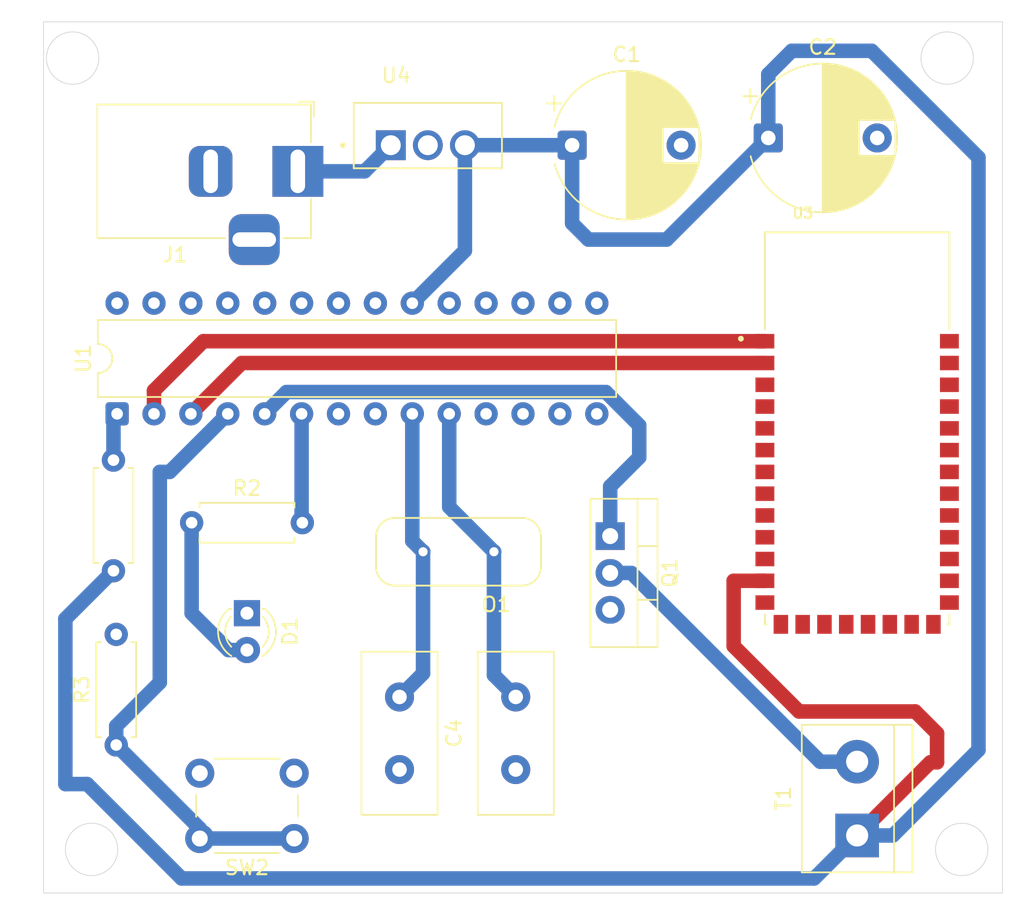
<source format=kicad_pcb>
(kicad_pcb (version 20241229) (generator "pcbnew") (generator_version "9.0")
  (layers (0 "F.Cu" signal) (2 "B.Cu" signal) (13 "F.Paste" user) (15 "B.Paste" user) (5 "F.SilkS" user "F.Silkscreen") (7 "B.SilkS" user "B.Silkscreen") (1 "F.Mask" user) (3 "B.Mask" user) (25 "Edge.Cuts" user))
  (net 0 "")
  (net 2 "Net-(U1-XTAL1{slash}PB6)")
  (net 6 "Net-(D1-A)")
  (net 7 "Net-(U1-XTAL2{slash}PB7)")
  (net 8 "Net-(U4-IN)")
  (net 14 "Net-(Q1-G)")
  (net 22 "GND")
  (net 23 "Net-(U1-PD4)")
  (net 24 "Net-(U1-PD2)")
  (net 25 "Net-(U1-~{RESET}{slash}PC6)")
  (net 26 "Net-(U1-PD0)")
  (net 32 "Net-(U1-PD1)")
  (net 55 "/5V")
  (net 56 "Net-(Q1-D)")
  (footprint "Button_Switch_THT:SW_PUSH_6mm" (layer "F.Cu") (at 62.75 101.75 180)
    (property "Reference" "SW2" (at 3.25 -2 0) (layer "F.SilkS"))
    (property "Value" "Button")
    (pad "1" thru_hole circle (at 0 0 270) (size 2 2) (drill 1.1) (layers "*.Cu" "*.Mask") (net 24 "Net-(U1-PD2)"))
    (pad "1" thru_hole circle (at 6.5 0 270) (size 2 2) (drill 1.1) (layers "*.Cu" "*.Mask") (net 24 "Net-(U1-PD2)"))
    (pad "2" thru_hole circle (at 0 4.5 270) (size 2 2) (drill 1.1) (layers "*.Cu" "*.Mask") (net 22 "GND"))
    (pad "2" thru_hole circle (at 6.5 4.5 270) (size 2 2) (drill 1.1) (layers "*.Cu" "*.Mask") (net 22 "GND"))
  )
  (footprint "Capacitor_THT:C_Disc_D11.0mm_W5.0mm_P5.00mm" (layer "F.Cu") (at 78 92 -90)
    (property "Reference" "C3" (hide yes))
    (property "Value" "22pF")
    (pad "1" thru_hole circle (at 0 0 270) (size 2 2) (drill 1) (layers "*.Cu" "*.Mask") (net 7 "Net-(U1-XTAL2{slash}PB7)"))
    (pad "2" thru_hole circle (at 5 0 270) (size 2 2) (drill 1) (layers "*.Cu" "*.Mask") (net 22 "GND"))
  )
  (footprint "Resistor_THT:R_Axial_DIN0207_L6.3mm_D2.5mm_P7.62mm_Horizontal" (layer "F.Cu") (at 50.5 95.31 90)
    (property "Reference" "R3" (at 3.81 -2.37 90) (layer "F.SilkS"))
    (property "Value" "10K")
    (pad "1" thru_hole circle (at 0 0 90) (size 1.6 1.6) (drill 0.8) (layers "*.Cu" "*.Mask") (net 24 "Net-(U1-PD2)"))
    (pad "2" thru_hole circle (at 7.62 0 90) (size 1.6 1.6) (drill 0.8) (layers "*.Cu" "*.Mask") (net 22 "GND"))
  )
  (footprint "LED_THT:LED_D3.0mm" (layer "F.Cu") (at 59.5 86.23 -90)
    (property "Reference" "D1" (at 1.27 -2.96 90) (layer "F.SilkS"))
    (property "Value" "LED")
    (pad "1" thru_hole rect (at 0 0 270) (size 1.8 1.8) (drill 0.9) (layers "*.Cu" "*.Mask") (net 22 "GND"))
    (pad "2" thru_hole circle (at 2.54 0 270) (size 1.8 1.8) (drill 0.9) (layers "*.Cu" "*.Mask") (net 6 "Net-(D1-A)"))
  )
  (footprint "Package_DIP:DIP-28_W7.62mm" (layer "F.Cu") (at 50.56 72.5 90)
    (property "Reference" "U1" (at 3.81 -2.33 90) (layer "F.SilkS"))
    (property "Value" "ATmega328-P")
    (pad "1" thru_hole roundrect (at 0 0 90) (size 1.6 1.6) (drill 0.8) (layers "*.Cu" "*.Mask") (roundrect_rratio 0.15625) (net 25 "Net-(U1-~{RESET}{slash}PC6)"))
    (pad "2" thru_hole circle (at 0 2.54 90) (size 1.6 1.6) (drill 0.8) (layers "*.Cu" "*.Mask") (net 26 "Net-(U1-PD0)"))
    (pad "3" thru_hole circle (at 0 5.08 90) (size 1.6 1.6) (drill 0.8) (layers "*.Cu" "*.Mask") (net 32 "Net-(U1-PD1)"))
    (pad "4" thru_hole circle (at 0 7.62 90) (size 1.6 1.6) (drill 0.8) (layers "*.Cu" "*.Mask") (net 24 "Net-(U1-PD2)"))
    (pad "5" thru_hole circle (at 0 10.16 90) (size 1.6 1.6) (drill 0.8) (layers "*.Cu" "*.Mask") (net 14 "Net-(Q1-G)"))
    (pad "6" thru_hole circle (at 0 12.7 90) (size 1.6 1.6) (drill 0.8) (layers "*.Cu" "*.Mask") (net 23 "Net-(U1-PD4)"))
    (pad "7" thru_hole circle (at 0 15.24 90) (size 1.6 1.6) (drill 0.8) (layers "*.Cu" "*.Mask") (net 55 "/5V"))
    (pad "8" thru_hole circle (at 0 17.78 90) (size 1.6 1.6) (drill 0.8) (layers "*.Cu" "*.Mask") (net 22 "GND"))
    (pad "9" thru_hole circle (at 0 20.32 90) (size 1.6 1.6) (drill 0.8) (layers "*.Cu" "*.Mask") (net 2 "Net-(U1-XTAL1{slash}PB6)"))
    (pad "10" thru_hole circle (at 0 22.86 90) (size 1.6 1.6) (drill 0.8) (layers "*.Cu" "*.Mask") (net 7 "Net-(U1-XTAL2{slash}PB7)"))
    (pad "11" thru_hole circle (at 0 25.4 90) (size 1.6 1.6) (drill 0.8) (layers "*.Cu" "*.Mask"))
    (pad "12" thru_hole circle (at 0 27.94 90) (size 1.6 1.6) (drill 0.8) (layers "*.Cu" "*.Mask"))
    (pad "13" thru_hole circle (at 0 30.48 90) (size 1.6 1.6) (drill 0.8) (layers "*.Cu" "*.Mask"))
    (pad "14" thru_hole circle (at 0 33.02 90) (size 1.6 1.6) (drill 0.8) (layers "*.Cu" "*.Mask"))
    (pad "15" thru_hole circle (at 7.62 33.02 90) (size 1.6 1.6) (drill 0.8) (layers "*.Cu" "*.Mask"))
    (pad "16" thru_hole circle (at 7.62 30.48 90) (size 1.6 1.6) (drill 0.8) (layers "*.Cu" "*.Mask"))
    (pad "17" thru_hole circle (at 7.62 27.94 90) (size 1.6 1.6) (drill 0.8) (layers "*.Cu" "*.Mask"))
    (pad "18" thru_hole circle (at 7.62 25.4 90) (size 1.6 1.6) (drill 0.8) (layers "*.Cu" "*.Mask"))
    (pad "19" thru_hole circle (at 7.62 22.86 90) (size 1.6 1.6) (drill 0.8) (layers "*.Cu" "*.Mask"))
    (pad "20" thru_hole circle (at 7.62 20.32 90) (size 1.6 1.6) (drill 0.8) (layers "*.Cu" "*.Mask") (net 55 "/5V"))
    (pad "21" thru_hole circle (at 7.62 17.78 90) (size 1.6 1.6) (drill 0.8) (layers "*.Cu" "*.Mask"))
    (pad "22" thru_hole circle (at 7.62 15.24 90) (size 1.6 1.6) (drill 0.8) (layers "*.Cu" "*.Mask") (net 22 "GND"))
    (pad "23" thru_hole circle (at 7.62 12.7 90) (size 1.6 1.6) (drill 0.8) (layers "*.Cu" "*.Mask"))
    (pad "24" thru_hole circle (at 7.62 10.16 90) (size 1.6 1.6) (drill 0.8) (layers "*.Cu" "*.Mask"))
    (pad "25" thru_hole circle (at 7.62 7.62 90) (size 1.6 1.6) (drill 0.8) (layers "*.Cu" "*.Mask"))
    (pad "26" thru_hole circle (at 7.62 5.08 90) (size 1.6 1.6) (drill 0.8) (layers "*.Cu" "*.Mask"))
    (pad "27" thru_hole circle (at 7.62 2.54 90) (size 1.6 1.6) (drill 0.8) (layers "*.Cu" "*.Mask"))
    (pad "28" thru_hole circle (at 7.62 0 90) (size 1.6 1.6) (drill 0.8) (layers "*.Cu" "*.Mask"))
  )
  (footprint "TerminalBlock:TerminalBlock_bornier-2_P5.08mm" (layer "F.Cu") (at 101.5 101.54 90)
    (property "Reference" "T1" (at 2.54 -5.08 90) (layer "F.SilkS"))
    (property "Value" "Humidifier Output")
    (pad "1" thru_hole rect (at 0 0 90) (size 3 3) (drill 1.52) (layers "*.Cu" "*.Mask") (net 55 "/5V"))
    (pad "2" thru_hole circle (at 5.08 0 90) (size 3 3) (drill 1.52) (layers "*.Cu" "*.Mask") (net 56 "Net-(Q1-D)"))
  )
  (footprint "Connector_BarrelJack:BarrelJack_Horizontal" (layer "F.Cu") (at 63 55.8)
    (property "Reference" "J1" (at -8.45 5.75 0) (layer "F.SilkS"))
    (property "Value" "Barrel_Jack_Switch")
    (pad "1" thru_hole rect (at 0 0) (size 3.5 3.5) (drill oval 1 3) (layers "*.Cu" "*.Mask") (net 8 "Net-(U4-IN)"))
    (pad "2" thru_hole roundrect (at -6 0) (size 3 3.5) (drill oval 1 3) (layers "*.Cu" "*.Mask") (net 22 "GND"))
    (pad "3" thru_hole roundrect (at -3 4.7) (size 3.5 3.5) (drill oval 3 1) (layers "*.Cu" "*.Mask") (net 22 "GND"))
  )
  (footprint "L7805:TO255P1020X450X2000-3" (layer "F.Cu") (at 71.95 53.3375)
    (property "Reference" "U4" (at -2.175 -4.135 0) (layer "F.SilkS"))
    (property "Value" "L7805")
    (pad "1" thru_hole rect (at -2.55 0.6625) (size 2.055 2.055) (drill 1.37) (layers "*.Cu" "*.Mask") (net 8 "Net-(U4-IN)"))
    (pad "2" thru_hole circle (at 0 0.6625) (size 2.055 2.055) (drill 1.37) (layers "*.Cu" "*.Mask") (net 22 "GND"))
    (pad "3" thru_hole circle (at 2.55 0.6625) (size 2.055 2.055) (drill 1.37) (layers "*.Cu" "*.Mask") (net 55 "/5V"))
  )
  (footprint "Resistor_THT:R_Axial_DIN0207_L6.3mm_D2.5mm_P7.62mm_Horizontal" (layer "F.Cu") (at 55.69 80)
    (property "Reference" "R2" (at 3.81 -2.37 0) (layer "F.SilkS"))
    (property "Value" "330")
    (pad "1" thru_hole circle (at 0 0) (size 1.6 1.6) (drill 0.8) (layers "*.Cu" "*.Mask") (net 6 "Net-(D1-A)"))
    (pad "2" thru_hole circle (at 7.62 0) (size 1.6 1.6) (drill 0.8) (layers "*.Cu" "*.Mask") (net 23 "Net-(U1-PD4)"))
  )
  (footprint "Capacitor_THT:C_Disc_D11.0mm_W5.0mm_P5.00mm" (layer "F.Cu") (at 70 92 -90)
    (property "Reference" "C4" (at 2.5 -3.75 90) (layer "F.SilkS"))
    (property "Value" "22pF")
    (pad "1" thru_hole circle (at 0 0 270) (size 2 2) (drill 1) (layers "*.Cu" "*.Mask") (net 2 "Net-(U1-XTAL1{slash}PB6)"))
    (pad "2" thru_hole circle (at 5 0 270) (size 2 2) (drill 1) (layers "*.Cu" "*.Mask") (net 22 "GND"))
  )
  (footprint "Resistor_THT:R_Axial_DIN0207_L6.3mm_D2.5mm_P7.62mm_Horizontal" (layer "F.Cu") (at 50.31 83.31 90)
    (property "Reference" "R1" (hide yes))
    (property "Value" "10K")
    (pad "1" thru_hole circle (at 0 0 90) (size 1.6 1.6) (drill 0.8) (layers "*.Cu" "*.Mask") (net 55 "/5V"))
    (pad "2" thru_hole circle (at 7.62 0 90) (size 1.6 1.6) (drill 0.8) (layers "*.Cu" "*.Mask") (net 25 "Net-(U1-~{RESET}{slash}PC6)"))
  )
  (footprint "Capacitor_THT:CP_Radial_D10.0mm_P7.50mm" (layer "F.Cu") (at 95.382323 53.5)
    (property "Reference" "C2" (at 3.75 -6.25 0) (layer "F.SilkS"))
    (property "Value" "10uF")
    (pad "1" thru_hole roundrect (at 0 0) (size 2 2) (drill 1) (layers "*.Cu" "*.Mask") (roundrect_rratio 0.125) (net 55 "/5V"))
    (pad "2" thru_hole circle (at 7.5 0) (size 2 2) (drill 1) (layers "*.Cu" "*.Mask") (net 22 "GND"))
  )
  (footprint "HC-05:XCVR_HC-05" (layer "F.Cu") (at 101.5 73.825)
    (property "Reference" "U3" (at -3.73221 -15.139908 0) (layer "F.SilkS") (effects (font (size 0.700643 0.700643))))
    (property "Value" "HC-05")
    (pad "1" smd rect (at -6.35 -6.325) (size 1.3 1) (layers "F.Cu" "F.Mask" "F.Paste") (net 26 "Net-(U1-PD0)"))
    (pad "2" smd rect (at -6.35 -4.825) (size 1.3 1) (layers "F.Cu" "F.Mask" "F.Paste") (net 32 "Net-(U1-PD1)"))
    (pad "3" smd rect (at -6.35 -3.325) (size 1.3 1) (layers "F.Cu" "F.Mask" "F.Paste"))
    (pad "4" smd rect (at -6.35 -1.825) (size 1.3 1) (layers "F.Cu" "F.Mask" "F.Paste"))
    (pad "5" smd rect (at -6.35 -0.325) (size 1.3 1) (layers "F.Cu" "F.Mask" "F.Paste"))
    (pad "6" smd rect (at -6.35 1.175) (size 1.3 1) (layers "F.Cu" "F.Mask" "F.Paste"))
    (pad "7" smd rect (at -6.35 2.675) (size 1.3 1) (layers "F.Cu" "F.Mask" "F.Paste"))
    (pad "8" smd rect (at -6.35 4.175) (size 1.3 1) (layers "F.Cu" "F.Mask" "F.Paste"))
    (pad "9" smd rect (at -6.35 5.675) (size 1.3 1) (layers "F.Cu" "F.Mask" "F.Paste"))
    (pad "10" smd rect (at -6.35 7.175) (size 1.3 1) (layers "F.Cu" "F.Mask" "F.Paste"))
    (pad "11" smd rect (at -6.35 8.675) (size 1.3 1) (layers "F.Cu" "F.Mask" "F.Paste"))
    (pad "12" smd rect (at -6.35 10.175) (size 1.3 1) (layers "F.Cu" "F.Mask" "F.Paste") (net 55 "/5V"))
    (pad "13" smd rect (at -6.35 11.675) (size 1.3 1) (layers "F.Cu" "F.Mask" "F.Paste") (net 22 "GND"))
    (pad "14" smd rect (at -5.25 13.175) (size 1 1.3) (layers "F.Cu" "F.Mask" "F.Paste"))
    (pad "15" smd rect (at -3.75 13.175) (size 1 1.3) (layers "F.Cu" "F.Mask" "F.Paste"))
    (pad "16" smd rect (at -2.25 13.175) (size 1 1.3) (layers "F.Cu" "F.Mask" "F.Paste"))
    (pad "17" smd rect (at -0.75 13.175) (size 1 1.3) (layers "F.Cu" "F.Mask" "F.Paste"))
    (pad "18" smd rect (at 0.75 13.175) (size 1 1.3) (layers "F.Cu" "F.Mask" "F.Paste"))
    (pad "19" smd rect (at 2.25 13.175) (size 1 1.3) (layers "F.Cu" "F.Mask" "F.Paste"))
    (pad "20" smd rect (at 3.75 13.175) (size 1 1.3) (layers "F.Cu" "F.Mask" "F.Paste"))
    (pad "21" smd rect (at 5.25 13.175) (size 1 1.3) (layers "F.Cu" "F.Mask" "F.Paste") (net 22 "GND"))
    (pad "22" smd rect (at 6.35 11.675) (size 1.3 1) (layers "F.Cu" "F.Mask" "F.Paste") (net 22 "GND"))
    (pad "23" smd rect (at 6.35 10.175) (size 1.3 1) (layers "F.Cu" "F.Mask" "F.Paste"))
    (pad "24" smd rect (at 6.35 8.675) (size 1.3 1) (layers "F.Cu" "F.Mask" "F.Paste"))
    (pad "25" smd rect (at 6.35 7.175) (size 1.3 1) (layers "F.Cu" "F.Mask" "F.Paste"))
    (pad "26" smd rect (at 6.35 5.675) (size 1.3 1) (layers "F.Cu" "F.Mask" "F.Paste"))
    (pad "27" smd rect (at 6.35 4.175) (size 1.3 1) (layers "F.Cu" "F.Mask" "F.Paste"))
    (pad "28" smd rect (at 6.35 2.675) (size 1.3 1) (layers "F.Cu" "F.Mask" "F.Paste"))
    (pad "29" smd rect (at 6.35 1.175) (size 1.3 1) (layers "F.Cu" "F.Mask" "F.Paste"))
    (pad "30" smd rect (at 6.35 -0.325) (size 1.3 1) (layers "F.Cu" "F.Mask" "F.Paste"))
    (pad "31" smd rect (at 6.35 -1.825) (size 1.3 1) (layers "F.Cu" "F.Mask" "F.Paste"))
    (pad "32" smd rect (at 6.35 -3.325) (size 1.3 1) (layers "F.Cu" "F.Mask" "F.Paste"))
    (pad "33" smd rect (at 6.35 -4.825) (size 1.3 1) (layers "F.Cu" "F.Mask" "F.Paste"))
    (pad "34" smd rect (at 6.35 -6.325) (size 1.3 1) (layers "F.Cu" "F.Mask" "F.Paste"))
  )
  (footprint "16MHz crystal oscillator:XTAL_ECS-160-20-4-DN" (layer "F.Cu") (at 74.06 82 180)
    (property "Reference" "O1" (at -2.597085 -3.637935 0) (layer "F.SilkS") (effects (font (size 1.000811 1.000811))))
    (property "Value" "16MHz")
    (pad "1" thru_hole circle (at -2.44 0 180) (size 1.03 1.03) (drill 0.63) (layers "*.Cu" "*.Mask") (net 7 "Net-(U1-XTAL2{slash}PB7)"))
    (pad "2" thru_hole circle (at 2.44 0 180) (size 1.03 1.03) (drill 0.63) (layers "*.Cu" "*.Mask") (net 2 "Net-(U1-XTAL1{slash}PB6)"))
  )
  (footprint "Package_TO_SOT_THT:TO-220-3_Vertical" (layer "F.Cu") (at 84.5 80.92 -90)
    (property "Reference" "Q1" (at 2.54 -4.1 90) (layer "F.SilkS"))
    (property "Value" "IRLZ44N")
    (pad "1" thru_hole rect (at 0 0 270) (size 1.905 2) (drill 1.1) (layers "*.Cu" "*.Mask") (net 14 "Net-(Q1-G)"))
    (pad "2" thru_hole oval (at 2.54 0 270) (size 1.905 2) (drill 1.1) (layers "*.Cu" "*.Mask") (net 56 "Net-(Q1-D)"))
    (pad "3" thru_hole oval (at 5.08 0 270) (size 1.905 2) (drill 1.1) (layers "*.Cu" "*.Mask") (net 22 "GND"))
  )
  (footprint "Capacitor_THT:CP_Radial_D10.0mm_P7.50mm" (layer "F.Cu") (at 81.882323 54)
    (property "Reference" "C1" (at 3.75 -6.25 0) (layer "F.SilkS"))
    (property "Value" "10uF")
    (pad "1" thru_hole roundrect (at 0 0) (size 2 2) (drill 1) (layers "*.Cu" "*.Mask") (roundrect_rratio 0.125) (net 55 "/5V"))
    (pad "2" thru_hole circle (at 7.5 0) (size 2 2) (drill 1) (layers "*.Cu" "*.Mask") (net 22 "GND"))
  )
  (gr_circle (center 108.697224 102.5) (end 110.197224 103.5) (stroke (width 0.05)) (fill no) (layer "Edge.Cuts"))
  (gr_circle (center 48.802776 102.5) (end 50.302776 103.5) (stroke (width 0.05)) (fill no) (layer "Edge.Cuts"))
  (gr_circle (center 107.697224 48) (end 109.197224 49) (stroke (width 0.05)) (fill no) (layer "Edge.Cuts"))
  (gr_circle (center 47.5 48) (end 49 49) (stroke (width 0.05)) (fill no) (layer "Edge.Cuts"))
  (gr_rect (start 45.5 45.5) (end 111.5 105.5) (stroke (width 0.05)) (fill no) (layer "Edge.Cuts"))
  (segment (start 70.88 81.26) (end 71.62 82) (width 1) (layer "B.Cu") (net 2))
  (segment (start 71.62 82) (end 71.62 90.38) (width 1) (layer "B.Cu") (net 2))
  (segment (start 70.88 72.5) (end 70.88 81.26) (width 1) (layer "B.Cu") (net 2))
  (segment (start 71.62 90.38) (end 70 92) (width 1) (layer "B.Cu") (net 2))
  (segment (start 55.69 86.232792) (end 55.69 80) (width 1) (layer "B.Cu") (net 6))
  (segment (start 59.5 88.77) (end 58.227208 88.77) (width 1) (layer "B.Cu") (net 6))
  (segment (start 58.227208 88.77) (end 55.69 86.232792) (width 1) (layer "B.Cu") (net 6))
  (segment (start 76.5 90.5) (end 78 92) (width 1) (layer "B.Cu") (net 7))
  (segment (start 73.42 72.5) (end 73.42 78.92) (width 1) (layer "B.Cu") (net 7))
  (segment (start 76.5 82) (end 76.5 90.5) (width 1) (layer "B.Cu") (net 7))
  (segment (start 73.42 78.92) (end 76.5 82) (width 1) (layer "B.Cu") (net 7))
  (segment (start 67.6 55.8) (end 69.4 54) (width 1) (layer "B.Cu") (net 8))
  (segment (start 63 55.8) (end 67.6 55.8) (width 1) (layer "B.Cu") (net 8))
  (segment (start 84.5 80.92) (end 84.5 77.5) (width 1) (layer "B.Cu") (net 14))
  (segment (start 84.5 77.5) (end 86.5 75.5) (width 1) (layer "B.Cu") (net 14))
  (segment (start 62.221 70.999) (end 60.72 72.5) (width 1) (layer "B.Cu") (net 14))
  (segment (start 84.201735 70.999) (end 62.221 70.999) (width 1) (layer "B.Cu") (net 14))
  (segment (start 86.5 73.297265) (end 84.201735 70.999) (width 1) (layer "B.Cu") (net 14))
  (segment (start 86.5 75.5) (end 86.5 73.297265) (width 1) (layer "B.Cu") (net 14))
  (segment (start 63.26 79.95) (end 63.31 80) (width 1) (layer "B.Cu") (net 23))
  (segment (start 63.26 72.5) (end 63.26 79.95) (width 1) (layer "B.Cu") (net 23))
  (segment (start 56.25 101.75) (end 62.75 101.75) (width 1) (layer "B.Cu") (net 24))
  (segment (start 56.25 101.75) (end 56.25 101.06) (width 1) (layer "B.Cu") (net 24))
  (segment (start 56.25 101.06) (end 50.5 95.31) (width 1) (layer "B.Cu") (net 24))
  (segment (start 53.5 76.5) (end 54.18 76.5) (width 1) (layer "B.Cu") (net 24))
  (segment (start 50.5 95.31) (end 50.5 94) (width 1) (layer "B.Cu") (net 24))
  (segment (start 50.5 94) (end 53.5 91) (width 1) (layer "B.Cu") (net 24))
  (segment (start 54.18 76.5) (end 58.18 72.5) (width 1) (layer "B.Cu") (net 24))
  (segment (start 53.5 91) (end 53.5 76.5) (width 1) (layer "B.Cu") (net 24))
  (segment (start 50.31 72.75) (end 50.56 72.5) (width 1) (layer "B.Cu") (net 25))
  (segment (start 50.31 75.69) (end 50.31 72.75) (width 1) (layer "B.Cu") (net 25))
  (segment (start 95.15 67.5) (end 56.5 67.5) (width 1) (layer "F.Cu") (net 26))
  (segment (start 53.1 70.9) (end 53.1 72.5) (width 1) (layer "F.Cu") (net 26))
  (segment (start 56.5 67.5) (end 53.1 70.9) (width 1) (layer "F.Cu") (net 26))
  (segment (start 59.14 69) (end 55.64 72.5) (width 1) (layer "F.Cu") (net 32))
  (segment (start 95.15 69) (end 59.14 69) (width 1) (layer "F.Cu") (net 32))
  (segment (start 105.5 93) (end 107 94.5) (width 1) (layer "F.Cu") (net 55))
  (segment (start 93 84) (end 93 88.5) (width 1) (layer "F.Cu") (net 55))
  (segment (start 97.5 93) (end 105.5 93) (width 1) (layer "F.Cu") (net 55))
  (segment (start 93 88.5) (end 97.5 93) (width 1) (layer "F.Cu") (net 55))
  (segment (start 107 94.5) (end 107 96.5) (width 1) (layer "F.Cu") (net 55))
  (segment (start 95.15 84) (end 93 84) (width 1) (layer "F.Cu") (net 55))
  (segment (start 106.54 96.5) (end 101.5 101.54) (width 1) (layer "F.Cu") (net 55))
  (segment (start 107 96.5) (end 106.54 96.5) (width 1) (layer "F.Cu") (net 55))
  (segment (start 81.882323 59.382323) (end 83 60.5) (width 1) (layer "B.Cu") (net 55))
  (segment (start 88.382322 60.5) (end 95.382323 53.5) (width 1) (layer "B.Cu") (net 55))
  (segment (start 109.851 54.851) (end 109.851 95.649) (width 1) (layer "B.Cu") (net 55))
  (segment (start 109.851 95.649) (end 103.96 101.54) (width 1) (layer "B.Cu") (net 55))
  (segment (start 81.882323 54) (end 81.882323 59.382323) (width 1) (layer "B.Cu") (net 55))
  (segment (start 48.5 98) (end 55 104.5) (width 1) (layer "B.Cu") (net 55))
  (segment (start 55 104.5) (end 98.54 104.5) (width 1) (layer "B.Cu") (net 55))
  (segment (start 47 86.62) (end 47 98) (width 1) (layer "B.Cu") (net 55))
  (segment (start 97 47.5) (end 102.5 47.5) (width 1) (layer "B.Cu") (net 55))
  (segment (start 95.382323 53.5) (end 95.382323 49.117677) (width 1) (layer "B.Cu") (net 55))
  (segment (start 74.5 54) (end 81.882323 54) (width 1) (layer "B.Cu") (net 55))
  (segment (start 74.5 61.26) (end 70.88 64.88) (width 1) (layer "B.Cu") (net 55))
  (segment (start 103.96 101.54) (end 101.5 101.54) (width 1) (layer "B.Cu") (net 55))
  (segment (start 83 60.5) (end 88.382322 60.5) (width 1) (layer "B.Cu") (net 55))
  (segment (start 47 98) (end 48.5 98) (width 1) (layer "B.Cu") (net 55))
  (segment (start 95.382323 49.117677) (end 97 47.5) (width 1) (layer "B.Cu") (net 55))
  (segment (start 74.5 54) (end 74.5 61.26) (width 1) (layer "B.Cu") (net 55))
  (segment (start 98.54 104.5) (end 101.5 101.54) (width 1) (layer "B.Cu") (net 55))
  (segment (start 102.5 47.5) (end 109.851 54.851) (width 1) (layer "B.Cu") (net 55))
  (segment (start 50.31 83.31) (end 47 86.62) (width 1) (layer "B.Cu") (net 55))
  (segment (start 85.96 83.46) (end 98.96 96.46) (width 1) (layer "B.Cu") (net 56))
  (segment (start 98.96 96.46) (end 101.5 96.46) (width 1) (layer "B.Cu") (net 56))
  (segment (start 84.5 83.46) (end 85.96 83.46) (width 1) (layer "B.Cu") (net 56))
)
</source>
